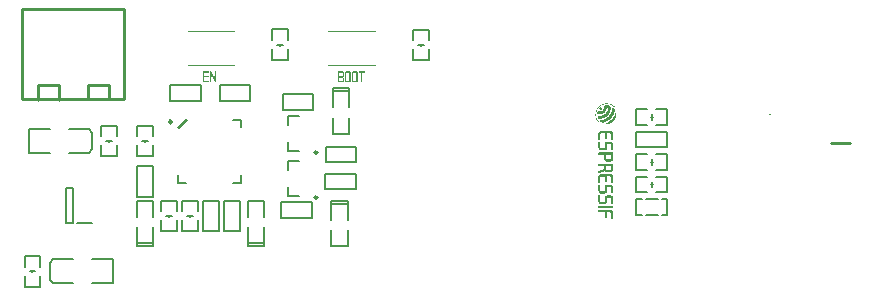
<source format=gto>
G04*
G04 #@! TF.GenerationSoftware,Altium Limited,Altium Designer,23.1.1 (15)*
G04*
G04 Layer_Color=65535*
%FSLAX26Y26*%
%MOIN*%
G70*
G04*
G04 #@! TF.SameCoordinates,D0E4B440-4BE9-487C-8C21-8B387810EFB0*
G04*
G04*
G04 #@! TF.FilePolarity,Positive*
G04*
G01*
G75*
%ADD10C,0.003937*%
%ADD11C,0.009842*%
%ADD12C,0.007874*%
%ADD13C,0.010000*%
%ADD14C,0.008000*%
%ADD15C,0.006000*%
G36*
X2191592Y-636657D02*
Y-644568D01*
X2185000D01*
Y-625120D01*
X2184670D01*
Y-624790D01*
X2184341D01*
Y-624131D01*
X2184011D01*
Y-623801D01*
X2183022D01*
Y-623472D01*
X2172474D01*
Y-623801D01*
X2172145D01*
Y-641601D01*
X2165552D01*
Y-641271D01*
X2165223D01*
Y-623801D01*
X2164893D01*
Y-623472D01*
X2143467D01*
Y-623142D01*
X2143138D01*
Y-616550D01*
X2143467D01*
Y-616220D01*
X2185000D01*
Y-616550D01*
X2185989D01*
Y-616879D01*
X2186978D01*
Y-617209D01*
X2187637D01*
Y-617538D01*
X2187967D01*
Y-617868D01*
X2188626D01*
Y-618198D01*
X2188956D01*
Y-618527D01*
X2189615D01*
Y-619187D01*
X2189944D01*
Y-619516D01*
X2190274D01*
Y-619846D01*
X2190604D01*
Y-620835D01*
X2190933D01*
Y-621164D01*
X2191263D01*
Y-622483D01*
X2191592D01*
Y-636327D01*
Y-636657D01*
D02*
G37*
G36*
X2168519Y-602705D02*
X2191592D01*
Y-609957D01*
X2143467D01*
Y-609628D01*
X2143138D01*
Y-603035D01*
X2143467D01*
Y-602705D01*
X2168189D01*
X2168519D01*
D02*
G37*
G36*
X2170497Y-592487D02*
Y-592817D01*
X2170167D01*
Y-593476D01*
X2169837D01*
Y-593806D01*
X2169508D01*
Y-594135D01*
X2169178D01*
Y-594465D01*
X2168519D01*
Y-594794D01*
X2167860D01*
Y-595124D01*
X2167530D01*
Y-595454D01*
X2166541D01*
Y-595783D01*
X2165882D01*
Y-596113D01*
X2163904D01*
Y-596443D01*
X2163575D01*
Y-596113D01*
X2149401D01*
Y-595783D01*
X2148741D01*
Y-595454D01*
X2147753D01*
Y-595124D01*
X2147423D01*
Y-594794D01*
X2146764D01*
Y-594465D01*
X2146434D01*
Y-594135D01*
X2145775D01*
Y-593806D01*
X2145445D01*
Y-593476D01*
X2145116D01*
Y-593146D01*
X2144786D01*
Y-592487D01*
X2144456D01*
Y-592158D01*
X2144127D01*
Y-591169D01*
X2143797D01*
Y-590509D01*
X2143467D01*
Y-589191D01*
X2143138D01*
Y-566777D01*
X2143467D01*
Y-566447D01*
X2150060D01*
Y-587213D01*
X2150390D01*
Y-587872D01*
X2150719D01*
Y-588202D01*
X2151049D01*
Y-588532D01*
X2151708D01*
Y-588861D01*
X2162586D01*
Y-588532D01*
X2163575D01*
Y-587872D01*
X2163904D01*
Y-587543D01*
X2164234D01*
Y-586884D01*
X2164563D01*
Y-572380D01*
X2164893D01*
Y-571721D01*
X2165223D01*
Y-571062D01*
X2165552D01*
Y-570402D01*
X2165882D01*
Y-570073D01*
X2166211D01*
Y-569413D01*
X2166541D01*
Y-569084D01*
X2166871D01*
Y-568754D01*
X2167200D01*
Y-568425D01*
X2167530D01*
Y-568095D01*
X2168189D01*
Y-567765D01*
X2168848D01*
Y-567436D01*
X2169178D01*
Y-567106D01*
X2170497D01*
Y-566777D01*
X2171156D01*
Y-566447D01*
X2185000D01*
Y-566777D01*
X2185989D01*
Y-567106D01*
X2186978D01*
Y-567436D01*
X2187637D01*
Y-567765D01*
X2187967D01*
Y-568095D01*
X2188626D01*
Y-568425D01*
X2188956D01*
Y-568754D01*
X2189615D01*
Y-569413D01*
X2189944D01*
Y-569743D01*
X2190274D01*
Y-570073D01*
X2190604D01*
Y-571062D01*
X2190933D01*
Y-571391D01*
X2191263D01*
Y-572710D01*
X2191592D01*
Y-594135D01*
X2185330D01*
Y-593806D01*
X2185000D01*
Y-575347D01*
X2184670D01*
Y-575017D01*
X2184341D01*
Y-574358D01*
X2184011D01*
Y-574028D01*
X2183022D01*
Y-573699D01*
X2174122D01*
Y-574028D01*
X2173463D01*
Y-574358D01*
X2172804D01*
Y-574688D01*
X2172474D01*
Y-575676D01*
X2172145D01*
Y-589191D01*
X2171815D01*
Y-590509D01*
X2171485D01*
Y-591498D01*
X2171156D01*
Y-591828D01*
X2170826D01*
Y-592487D01*
X2170497D01*
D02*
G37*
G36*
X2143138Y-551614D02*
Y-531177D01*
X2143467D01*
Y-530848D01*
X2150060D01*
Y-551614D01*
X2150390D01*
Y-551943D01*
X2150719D01*
Y-552273D01*
X2151049D01*
Y-552603D01*
X2151378D01*
Y-552932D01*
X2152367D01*
Y-553262D01*
X2161926D01*
Y-552932D01*
X2163245D01*
Y-552603D01*
X2163575D01*
Y-552273D01*
X2163904D01*
Y-551614D01*
X2164234D01*
Y-551284D01*
X2164563D01*
Y-536781D01*
X2164893D01*
Y-536121D01*
X2165223D01*
Y-535133D01*
X2165552D01*
Y-534803D01*
X2165882D01*
Y-534144D01*
X2166211D01*
Y-533814D01*
X2166541D01*
Y-533485D01*
X2166871D01*
Y-533155D01*
X2167200D01*
Y-532825D01*
X2167530D01*
Y-532496D01*
X2167860D01*
Y-532166D01*
X2168519D01*
Y-531836D01*
X2168848D01*
Y-531507D01*
X2169837D01*
Y-531177D01*
X2170826D01*
Y-530848D01*
X2185659D01*
Y-531177D01*
X2186318D01*
Y-531507D01*
X2187307D01*
Y-531836D01*
X2187637D01*
Y-532166D01*
X2188296D01*
Y-532496D01*
X2188956D01*
Y-533155D01*
X2189615D01*
Y-533814D01*
X2189944D01*
Y-534144D01*
X2190274D01*
Y-534473D01*
X2190604D01*
Y-535133D01*
X2190933D01*
Y-535792D01*
X2191263D01*
Y-537110D01*
X2191592D01*
Y-558206D01*
X2191263D01*
Y-558536D01*
X2185330D01*
Y-558206D01*
X2185000D01*
Y-539747D01*
X2184670D01*
Y-539418D01*
X2184341D01*
Y-538759D01*
X2184011D01*
Y-538429D01*
X2183352D01*
Y-538099D01*
X2173793D01*
Y-538429D01*
X2173133D01*
Y-538759D01*
X2172804D01*
Y-539088D01*
X2172474D01*
Y-539747D01*
X2172145D01*
Y-553921D01*
X2171815D01*
Y-554910D01*
X2171485D01*
Y-555899D01*
X2171156D01*
Y-556229D01*
X2170826D01*
Y-556888D01*
X2170497D01*
Y-557217D01*
X2170167D01*
Y-557547D01*
X2169837D01*
Y-557877D01*
X2169508D01*
Y-558206D01*
X2169178D01*
Y-558536D01*
X2168848D01*
Y-558865D01*
X2168519D01*
Y-559195D01*
X2167860D01*
Y-559525D01*
X2167530D01*
Y-559854D01*
X2166211D01*
Y-560184D01*
X2165223D01*
Y-560514D01*
X2150060D01*
Y-560184D01*
X2149071D01*
Y-559854D01*
X2148082D01*
Y-559525D01*
X2147423D01*
Y-559195D01*
X2146764D01*
Y-558865D01*
X2146434D01*
Y-558536D01*
X2146104D01*
Y-558206D01*
X2145775D01*
Y-557877D01*
X2145445D01*
Y-557547D01*
X2145116D01*
Y-557217D01*
X2144786D01*
Y-556558D01*
X2144456D01*
Y-556229D01*
X2144127D01*
Y-555569D01*
X2143797D01*
Y-554580D01*
X2143467D01*
Y-553592D01*
X2143138D01*
Y-551943D01*
Y-551614D01*
D02*
G37*
G36*
X2185000Y-510740D02*
Y-505137D01*
X2184670D01*
Y-504807D01*
X2184341D01*
Y-504478D01*
X2184011D01*
Y-504148D01*
X2183682D01*
Y-503818D01*
X2182693D01*
Y-503489D01*
X2172804D01*
Y-503818D01*
X2172145D01*
Y-521948D01*
X2165552D01*
Y-521618D01*
X2165223D01*
Y-503818D01*
X2151378D01*
Y-504148D01*
X2151049D01*
Y-504478D01*
X2150719D01*
Y-504807D01*
X2150390D01*
Y-505796D01*
X2150060D01*
Y-524255D01*
X2149401D01*
Y-524585D01*
X2144786D01*
Y-524255D01*
X2144456D01*
Y-524585D01*
X2143467D01*
Y-524255D01*
X2143138D01*
Y-503159D01*
X2143467D01*
Y-501841D01*
X2143797D01*
Y-501182D01*
X2144127D01*
Y-500522D01*
X2144456D01*
Y-499863D01*
X2144786D01*
Y-499533D01*
X2145116D01*
Y-499204D01*
X2145445D01*
Y-498545D01*
X2146104D01*
Y-498215D01*
X2146434D01*
Y-497885D01*
X2146764D01*
Y-497556D01*
X2147423D01*
Y-497226D01*
X2148082D01*
Y-496896D01*
X2149071D01*
Y-496567D01*
X2150390D01*
Y-496237D01*
X2184341D01*
Y-496567D01*
X2185989D01*
Y-496896D01*
X2186978D01*
Y-497226D01*
X2187307D01*
Y-497556D01*
X2188296D01*
Y-497885D01*
X2188626D01*
Y-498215D01*
X2188956D01*
Y-498545D01*
X2189285D01*
Y-498874D01*
X2189615D01*
Y-499204D01*
X2189944D01*
Y-499533D01*
X2190274D01*
Y-499863D01*
X2190604D01*
Y-500852D01*
X2190933D01*
Y-501182D01*
X2191263D01*
Y-502500D01*
X2191592D01*
Y-524255D01*
X2185000D01*
Y-511070D01*
Y-510740D01*
D02*
G37*
G36*
X2191263Y-483382D02*
Y-484700D01*
X2190933D01*
Y-485360D01*
X2190604D01*
Y-486019D01*
X2190274D01*
Y-486348D01*
X2189944D01*
Y-487008D01*
X2189615D01*
Y-487337D01*
X2188956D01*
Y-487997D01*
X2188296D01*
Y-488326D01*
X2187637D01*
Y-488656D01*
X2186978D01*
Y-488985D01*
X2186318D01*
Y-489315D01*
X2185330D01*
Y-489645D01*
X2169178D01*
Y-489315D01*
X2168189D01*
Y-488985D01*
X2167530D01*
Y-488656D01*
X2166871D01*
Y-488326D01*
X2166211D01*
Y-487997D01*
X2165552D01*
Y-487337D01*
X2164893D01*
Y-487008D01*
X2164563D01*
Y-486348D01*
X2164234D01*
Y-486019D01*
X2163904D01*
Y-485360D01*
X2162915D01*
Y-485689D01*
X2162586D01*
Y-486348D01*
X2161926D01*
Y-487008D01*
X2161267D01*
Y-487337D01*
X2160938D01*
Y-487667D01*
X2160608D01*
Y-487997D01*
X2159619D01*
Y-488326D01*
X2159289D01*
Y-488656D01*
X2158300D01*
Y-488985D01*
X2156982D01*
Y-489315D01*
X2155664D01*
Y-489645D01*
X2153686D01*
Y-489974D01*
X2153026D01*
Y-490304D01*
X2151049D01*
Y-490634D01*
X2150060D01*
Y-490963D01*
X2148741D01*
Y-491293D01*
X2147093D01*
Y-491622D01*
X2146104D01*
Y-491952D01*
X2144456D01*
Y-492282D01*
X2143467D01*
Y-491952D01*
X2143138D01*
Y-485030D01*
X2143467D01*
Y-484371D01*
X2143797D01*
Y-484041D01*
X2146104D01*
Y-483711D01*
X2147093D01*
Y-483382D01*
X2149401D01*
Y-483052D01*
X2150390D01*
Y-482723D01*
X2152367D01*
Y-482393D01*
X2154015D01*
Y-482063D01*
X2155004D01*
Y-481734D01*
X2157312D01*
Y-481404D01*
X2157971D01*
Y-481074D01*
X2158960D01*
Y-480745D01*
X2159619D01*
Y-480415D01*
X2159949D01*
Y-480086D01*
X2160608D01*
Y-479426D01*
X2161267D01*
Y-478767D01*
X2161597D01*
Y-478438D01*
X2161926D01*
Y-477778D01*
X2162256D01*
Y-476460D01*
X2162586D01*
Y-467889D01*
X2162256D01*
Y-467560D01*
X2149401D01*
X2149071D01*
X2143467D01*
Y-467230D01*
X2143138D01*
Y-460638D01*
X2143467D01*
Y-460308D01*
X2191263D01*
Y-460638D01*
X2191592D01*
Y-483382D01*
X2191263D01*
D02*
G37*
G36*
Y-448112D02*
Y-449101D01*
X2190933D01*
Y-449760D01*
X2190604D01*
Y-450420D01*
X2190274D01*
Y-450749D01*
X2189944D01*
Y-451079D01*
X2189615D01*
Y-451738D01*
X2188956D01*
Y-452068D01*
X2188626D01*
Y-452397D01*
X2188296D01*
Y-452727D01*
X2187637D01*
Y-453057D01*
X2186978D01*
Y-453386D01*
X2186318D01*
Y-453716D01*
X2185330D01*
Y-454045D01*
X2168519D01*
Y-453716D01*
X2167530D01*
Y-453386D01*
X2166871D01*
Y-453057D01*
X2166211D01*
Y-452727D01*
X2165882D01*
Y-452397D01*
X2165223D01*
Y-452068D01*
X2164893D01*
Y-451738D01*
X2164563D01*
Y-451408D01*
X2164234D01*
Y-451079D01*
X2163904D01*
Y-450749D01*
X2163575D01*
Y-450090D01*
X2163245D01*
Y-449760D01*
X2162915D01*
Y-448771D01*
X2162586D01*
Y-448112D01*
X2162256D01*
Y-431301D01*
X2161926D01*
Y-430972D01*
X2143467D01*
Y-430312D01*
X2143138D01*
Y-424050D01*
X2143467D01*
Y-423390D01*
X2182033D01*
X2182363D01*
X2191263D01*
Y-423720D01*
X2191592D01*
Y-448112D01*
X2191263D01*
D02*
G37*
G36*
X2174782Y-260227D02*
X2176100D01*
Y-260557D01*
X2179396D01*
Y-260886D01*
X2180056D01*
Y-261216D01*
X2181704D01*
Y-261545D01*
X2182693D01*
Y-261875D01*
X2183022D01*
Y-262205D01*
X2184670D01*
Y-262534D01*
X2185000D01*
Y-262864D01*
X2185989D01*
Y-263193D01*
X2186648D01*
Y-263523D01*
X2187307D01*
Y-263853D01*
X2187967D01*
Y-264182D01*
X2188296D01*
Y-264512D01*
X2189285D01*
Y-264842D01*
X2189615D01*
Y-265171D01*
X2190274D01*
Y-265501D01*
X2190933D01*
Y-265830D01*
X2191263D01*
Y-266160D01*
X2191922D01*
Y-266490D01*
X2192252D01*
Y-266819D01*
X2192911D01*
Y-267149D01*
X2193241D01*
Y-267479D01*
X2193570D01*
Y-267808D01*
X2194229D01*
Y-268138D01*
X2194559D01*
Y-268467D01*
X2194889D01*
Y-268797D01*
X2195218D01*
Y-269127D01*
X2195548D01*
Y-269456D01*
X2195878D01*
Y-269786D01*
X2196207D01*
Y-270115D01*
X2196866D01*
Y-271104D01*
X2196207D01*
Y-271434D01*
X2195878D01*
Y-272093D01*
X2195218D01*
Y-272423D01*
X2194889D01*
Y-272093D01*
X2194559D01*
Y-271764D01*
X2194229D01*
Y-271434D01*
X2193900D01*
Y-271104D01*
X2193570D01*
Y-270775D01*
X2193241D01*
Y-270445D01*
X2192581D01*
Y-270115D01*
X2192252D01*
Y-269786D01*
X2191922D01*
Y-269456D01*
X2191592D01*
Y-269127D01*
X2191263D01*
Y-268797D01*
X2190604D01*
Y-268467D01*
X2190274D01*
Y-268138D01*
X2189615D01*
Y-267808D01*
X2189285D01*
Y-267479D01*
X2188626D01*
Y-267149D01*
X2187967D01*
Y-266819D01*
X2187637D01*
Y-266490D01*
X2186648D01*
Y-266160D01*
X2186318D01*
Y-265830D01*
X2185330D01*
Y-265501D01*
X2185000D01*
Y-265171D01*
X2184341D01*
Y-264842D01*
X2183022D01*
Y-264512D01*
X2182693D01*
Y-264182D01*
X2181374D01*
Y-263853D01*
X2180715D01*
Y-263523D01*
X2179396D01*
Y-263193D01*
X2177748D01*
Y-262864D01*
X2176759D01*
Y-262534D01*
X2172804D01*
Y-262205D01*
X2168189D01*
Y-262534D01*
X2163904D01*
Y-262864D01*
X2163245D01*
Y-263193D01*
X2161267D01*
Y-263523D01*
X2160608D01*
Y-263853D01*
X2159949D01*
Y-264182D01*
X2158300D01*
Y-264512D01*
X2157971D01*
Y-264842D01*
X2156652D01*
Y-265171D01*
X2155993D01*
Y-265501D01*
X2155334D01*
Y-265830D01*
X2154675D01*
Y-266160D01*
X2154345D01*
Y-266490D01*
X2153356D01*
Y-266819D01*
X2153026D01*
Y-267149D01*
X2152367D01*
Y-267479D01*
X2151708D01*
Y-267808D01*
X2151378D01*
Y-268138D01*
X2150719D01*
Y-268467D01*
X2150390D01*
Y-268797D01*
X2149730D01*
Y-269127D01*
X2149401D01*
Y-269456D01*
X2149071D01*
Y-269786D01*
X2148741D01*
Y-270115D01*
X2148412D01*
Y-270445D01*
X2147753D01*
Y-270775D01*
X2147423D01*
Y-271104D01*
X2147093D01*
Y-271434D01*
X2146764D01*
Y-271764D01*
X2146434D01*
Y-272093D01*
X2146104D01*
Y-272423D01*
X2145775D01*
Y-272752D01*
X2145445D01*
Y-273082D01*
X2145116D01*
Y-273412D01*
X2144786D01*
Y-273741D01*
X2144456D01*
Y-274401D01*
X2143797D01*
Y-274730D01*
X2143467D01*
Y-275389D01*
X2143138D01*
Y-275719D01*
X2142808D01*
Y-276049D01*
X2142479D01*
Y-276378D01*
X2142149D01*
Y-277038D01*
X2141819D01*
Y-277367D01*
X2141490D01*
Y-278026D01*
X2141160D01*
Y-278356D01*
X2140831D01*
Y-279015D01*
X2140501D01*
Y-279345D01*
X2140171D01*
Y-279675D01*
X2139842D01*
Y-280663D01*
X2139512D01*
Y-280993D01*
X2139182D01*
Y-281982D01*
X2138853D01*
Y-282641D01*
X2138523D01*
Y-282971D01*
X2138193D01*
Y-283960D01*
X2137864D01*
Y-284619D01*
X2137534D01*
Y-285938D01*
X2137205D01*
Y-286597D01*
X2136875D01*
Y-287256D01*
X2136545D01*
Y-288904D01*
X2136216D01*
Y-289563D01*
X2135886D01*
Y-292530D01*
X2135557D01*
Y-293848D01*
X2135227D01*
Y-300771D01*
X2135557D01*
Y-302419D01*
X2135886D01*
Y-305056D01*
X2136216D01*
Y-306045D01*
X2136545D01*
Y-307693D01*
X2136875D01*
Y-308352D01*
X2137205D01*
Y-309341D01*
X2137534D01*
Y-310330D01*
X2137864D01*
Y-310989D01*
X2138193D01*
Y-311978D01*
X2138523D01*
Y-312307D01*
X2138853D01*
Y-313296D01*
X2139182D01*
Y-313955D01*
X2139512D01*
Y-314285D01*
X2139842D01*
Y-314944D01*
X2140171D01*
Y-315604D01*
X2140501D01*
Y-315933D01*
X2140831D01*
Y-316592D01*
X2141160D01*
Y-316922D01*
X2141490D01*
Y-317581D01*
X2141819D01*
Y-317911D01*
X2142149D01*
Y-318570D01*
X2142479D01*
Y-318900D01*
X2142808D01*
Y-319229D01*
X2143138D01*
Y-319559D01*
X2143467D01*
Y-319889D01*
X2143797D01*
Y-320548D01*
X2144127D01*
Y-320877D01*
X2144456D01*
Y-321207D01*
X2144786D01*
Y-321537D01*
X2145116D01*
Y-321866D01*
X2145445D01*
Y-322526D01*
X2145116D01*
Y-322855D01*
X2144786D01*
Y-323185D01*
X2144456D01*
Y-323514D01*
X2143138D01*
Y-323185D01*
X2142808D01*
Y-322855D01*
X2142479D01*
Y-322196D01*
X2142149D01*
Y-321866D01*
X2141819D01*
Y-321537D01*
X2141490D01*
Y-321207D01*
X2141160D01*
Y-320548D01*
X2140831D01*
Y-320218D01*
X2140501D01*
Y-319889D01*
X2140171D01*
Y-319229D01*
X2139842D01*
Y-318900D01*
X2139512D01*
Y-318240D01*
X2139182D01*
Y-317911D01*
X2138853D01*
Y-317581D01*
X2138523D01*
Y-316592D01*
X2138193D01*
Y-316263D01*
X2137864D01*
Y-315604D01*
X2137534D01*
Y-314944D01*
X2137205D01*
Y-314285D01*
X2136875D01*
Y-313626D01*
X2136545D01*
Y-313296D01*
X2136216D01*
Y-311978D01*
X2135886D01*
Y-311648D01*
X2135557D01*
Y-310000D01*
X2135227D01*
Y-309341D01*
X2134897D01*
Y-308352D01*
X2134568D01*
Y-306704D01*
X2134238D01*
Y-306045D01*
X2133908D01*
Y-302419D01*
X2133579D01*
Y-300441D01*
X2132919D01*
Y-294837D01*
X2133579D01*
Y-292860D01*
X2133908D01*
Y-289234D01*
X2134238D01*
Y-288245D01*
X2134568D01*
Y-286597D01*
X2134897D01*
Y-285608D01*
X2135227D01*
Y-284949D01*
X2135557D01*
Y-283630D01*
X2135886D01*
Y-283300D01*
X2136216D01*
Y-281982D01*
X2136545D01*
Y-281652D01*
X2136875D01*
Y-280663D01*
X2137205D01*
Y-280004D01*
X2137534D01*
Y-279675D01*
X2137864D01*
Y-278686D01*
X2138193D01*
Y-278356D01*
X2138523D01*
Y-277697D01*
X2138853D01*
Y-277038D01*
X2139182D01*
Y-276708D01*
X2139512D01*
Y-276049D01*
X2139842D01*
Y-275719D01*
X2140171D01*
Y-275060D01*
X2140501D01*
Y-274730D01*
X2140831D01*
Y-274401D01*
X2141160D01*
Y-274071D01*
X2141490D01*
Y-273741D01*
X2141819D01*
Y-273082D01*
X2142149D01*
Y-272752D01*
X2142479D01*
Y-272423D01*
X2142808D01*
Y-272093D01*
X2143138D01*
Y-271764D01*
X2143467D01*
Y-271434D01*
X2143797D01*
Y-271104D01*
X2144127D01*
Y-270775D01*
X2144456D01*
Y-270445D01*
X2144786D01*
Y-270115D01*
X2145116D01*
Y-269786D01*
X2145445D01*
Y-269456D01*
X2145775D01*
Y-269127D01*
X2146104D01*
Y-268797D01*
X2146434D01*
Y-268467D01*
X2146764D01*
Y-268138D01*
X2147093D01*
Y-267808D01*
X2147753D01*
Y-267479D01*
X2148082D01*
Y-267149D01*
X2148412D01*
Y-266819D01*
X2149071D01*
Y-266490D01*
X2149401D01*
Y-266160D01*
X2150060D01*
Y-265830D01*
X2150390D01*
Y-265501D01*
X2151049D01*
Y-265171D01*
X2151708D01*
Y-264842D01*
X2152038D01*
Y-264512D01*
X2153026D01*
Y-264182D01*
X2153356D01*
Y-263853D01*
X2154015D01*
Y-263523D01*
X2154675D01*
Y-263193D01*
X2155004D01*
Y-262864D01*
X2156323D01*
Y-262534D01*
X2156652D01*
Y-262205D01*
X2158300D01*
Y-261875D01*
X2158960D01*
Y-261545D01*
X2159619D01*
Y-261216D01*
X2161267D01*
Y-260886D01*
X2161926D01*
Y-260557D01*
X2165223D01*
Y-260227D01*
X2166541D01*
Y-259897D01*
X2166871D01*
Y-259568D01*
X2174782D01*
Y-260227D01*
D02*
G37*
G36*
X2152697Y-273412D02*
X2153356D01*
Y-273741D01*
X2153686D01*
Y-274071D01*
X2154015D01*
Y-274401D01*
X2154345D01*
Y-274730D01*
X2154675D01*
Y-275389D01*
X2155004D01*
Y-276378D01*
X2155334D01*
Y-278686D01*
X2155004D01*
Y-279675D01*
X2154675D01*
Y-280334D01*
X2154345D01*
Y-280663D01*
X2154015D01*
Y-280993D01*
X2153686D01*
Y-281323D01*
X2153026D01*
Y-281652D01*
X2152367D01*
Y-281982D01*
X2151708D01*
Y-282312D01*
X2149401D01*
Y-281982D01*
X2149071D01*
Y-281652D01*
X2148082D01*
Y-281323D01*
X2147753D01*
Y-280993D01*
X2147423D01*
Y-280663D01*
X2147093D01*
Y-280334D01*
X2146764D01*
Y-280004D01*
X2146434D01*
Y-279015D01*
X2146104D01*
Y-276049D01*
X2146434D01*
Y-275060D01*
X2146764D01*
Y-274730D01*
X2147093D01*
Y-274401D01*
X2147423D01*
Y-274071D01*
X2147753D01*
Y-273741D01*
X2148082D01*
Y-273412D01*
X2148741D01*
Y-273082D01*
X2152697D01*
Y-273412D01*
D02*
G37*
G36*
X2173793Y-265830D02*
X2175111D01*
Y-266160D01*
X2177089D01*
Y-266490D01*
X2177419D01*
Y-266819D01*
X2178407D01*
Y-267149D01*
X2178737D01*
Y-267479D01*
X2179396D01*
Y-267808D01*
X2180056D01*
Y-268467D01*
X2180715D01*
Y-268797D01*
X2181044D01*
Y-269127D01*
X2181374D01*
Y-269456D01*
X2181704D01*
Y-270115D01*
X2182033D01*
Y-270445D01*
X2182363D01*
Y-270775D01*
X2182693D01*
Y-271434D01*
X2183022D01*
Y-271764D01*
X2183352D01*
Y-272752D01*
X2183682D01*
Y-273082D01*
X2184011D01*
Y-274730D01*
X2184341D01*
Y-280004D01*
X2184011D01*
Y-282641D01*
X2183682D01*
Y-283300D01*
X2183352D01*
Y-285278D01*
X2183022D01*
Y-285938D01*
X2182693D01*
Y-286926D01*
X2182363D01*
Y-288245D01*
X2182033D01*
Y-288574D01*
X2181704D01*
Y-289563D01*
X2181374D01*
Y-290223D01*
X2181044D01*
Y-291211D01*
X2180715D01*
Y-291541D01*
X2180385D01*
Y-292200D01*
X2180056D01*
Y-292860D01*
X2179726D01*
Y-293189D01*
X2179396D01*
Y-294178D01*
X2179067D01*
Y-294508D01*
X2178737D01*
Y-294837D01*
X2178407D01*
Y-295497D01*
X2178078D01*
Y-295826D01*
X2177748D01*
Y-296485D01*
X2177419D01*
Y-296815D01*
X2177089D01*
Y-297145D01*
X2176759D01*
Y-297474D01*
X2176430D01*
Y-297804D01*
X2176100D01*
Y-298463D01*
X2175771D01*
Y-298793D01*
X2175441D01*
Y-299122D01*
X2175111D01*
Y-299452D01*
X2174782D01*
Y-299782D01*
X2174452D01*
Y-300441D01*
X2173793D01*
Y-300771D01*
X2173463D01*
Y-301100D01*
X2173133D01*
Y-301430D01*
X2172804D01*
Y-301759D01*
X2172474D01*
Y-302089D01*
X2172145D01*
Y-302419D01*
X2171815D01*
Y-302748D01*
X2171156D01*
Y-303078D01*
X2170826D01*
Y-303408D01*
X2170497D01*
Y-303737D01*
X2169837D01*
Y-304067D01*
X2169508D01*
Y-304396D01*
X2168848D01*
Y-304726D01*
X2168519D01*
Y-305056D01*
X2168189D01*
Y-305385D01*
X2167530D01*
Y-305715D01*
X2167200D01*
Y-306045D01*
X2166211D01*
Y-306374D01*
X2165882D01*
Y-306704D01*
X2165223D01*
Y-307033D01*
X2164563D01*
Y-307363D01*
X2163904D01*
Y-307693D01*
X2162915D01*
Y-308022D01*
X2162586D01*
Y-308352D01*
X2161267D01*
Y-308682D01*
X2160608D01*
Y-309011D01*
X2159619D01*
Y-309341D01*
X2158300D01*
Y-309670D01*
X2157641D01*
Y-310000D01*
X2155334D01*
Y-310330D01*
X2154015D01*
Y-310659D01*
X2143138D01*
Y-310330D01*
X2142149D01*
Y-310000D01*
X2141819D01*
Y-309341D01*
X2141490D01*
Y-308682D01*
X2141160D01*
Y-307693D01*
X2140831D01*
Y-306704D01*
X2140501D01*
Y-306045D01*
X2140171D01*
Y-304726D01*
X2140501D01*
Y-304067D01*
X2140831D01*
Y-303078D01*
X2141160D01*
Y-301430D01*
X2141490D01*
Y-300441D01*
X2141819D01*
Y-300111D01*
X2142808D01*
Y-300441D01*
X2143797D01*
Y-300771D01*
X2153356D01*
Y-300441D01*
X2154345D01*
Y-300111D01*
X2156323D01*
Y-299782D01*
X2156982D01*
Y-299452D01*
X2157971D01*
Y-299122D01*
X2158630D01*
Y-298793D01*
X2159289D01*
Y-298463D01*
X2160278D01*
Y-298134D01*
X2160608D01*
Y-297804D01*
X2161597D01*
Y-297474D01*
X2161926D01*
Y-297145D01*
X2162256D01*
Y-296815D01*
X2162915D01*
Y-296485D01*
X2163245D01*
Y-296156D01*
X2163904D01*
Y-295826D01*
X2164234D01*
Y-295497D01*
X2164893D01*
Y-295167D01*
X2165223D01*
Y-294837D01*
X2165552D01*
Y-294508D01*
X2165882D01*
Y-294178D01*
X2166211D01*
Y-293848D01*
X2166871D01*
Y-293189D01*
X2167200D01*
Y-292860D01*
X2167530D01*
Y-292530D01*
X2167860D01*
Y-292200D01*
X2168189D01*
Y-291871D01*
X2168519D01*
Y-291541D01*
X2168848D01*
Y-291211D01*
X2169178D01*
Y-290882D01*
X2169508D01*
Y-290223D01*
X2169837D01*
Y-289893D01*
X2170167D01*
Y-289234D01*
X2170497D01*
Y-288904D01*
X2170826D01*
Y-288245D01*
X2171156D01*
Y-287586D01*
X2171485D01*
Y-287256D01*
X2171815D01*
Y-286267D01*
X2172145D01*
Y-285938D01*
X2172474D01*
Y-284949D01*
X2172804D01*
Y-284289D01*
X2173133D01*
Y-283630D01*
X2173463D01*
Y-281982D01*
X2173793D01*
Y-281323D01*
X2174122D01*
Y-278686D01*
X2174452D01*
Y-276378D01*
X2174122D01*
Y-276049D01*
X2173793D01*
Y-275719D01*
X2173463D01*
Y-275389D01*
X2172804D01*
Y-275060D01*
X2172145D01*
Y-275389D01*
X2171485D01*
Y-275719D01*
X2171156D01*
Y-276049D01*
X2170826D01*
Y-276378D01*
X2170497D01*
Y-277038D01*
X2170167D01*
Y-278356D01*
X2169837D01*
Y-280663D01*
X2169508D01*
Y-281323D01*
X2169178D01*
Y-282641D01*
X2168848D01*
Y-283300D01*
X2168519D01*
Y-283960D01*
X2168189D01*
Y-284949D01*
X2167860D01*
Y-285278D01*
X2167530D01*
Y-285938D01*
X2167200D01*
Y-286267D01*
X2166871D01*
Y-286926D01*
X2166541D01*
Y-287586D01*
X2166211D01*
Y-287915D01*
X2165882D01*
Y-288245D01*
X2165552D01*
Y-288574D01*
X2165223D01*
Y-289234D01*
X2164893D01*
Y-289563D01*
X2164563D01*
Y-289893D01*
X2164234D01*
Y-290223D01*
X2163904D01*
Y-290552D01*
X2163575D01*
Y-290882D01*
X2163245D01*
Y-291211D01*
X2162915D01*
Y-291541D01*
X2162586D01*
Y-291871D01*
X2161926D01*
Y-292200D01*
X2161597D01*
Y-292530D01*
X2160938D01*
Y-292860D01*
X2160608D01*
Y-293189D01*
X2160278D01*
Y-293519D01*
X2159619D01*
Y-293848D01*
X2158960D01*
Y-294178D01*
X2158300D01*
Y-294508D01*
X2157971D01*
Y-294837D01*
X2156652D01*
Y-295167D01*
X2155993D01*
Y-295497D01*
X2155334D01*
Y-295826D01*
X2153686D01*
Y-296156D01*
X2152697D01*
Y-296485D01*
X2144786D01*
Y-296156D01*
X2143797D01*
Y-295826D01*
X2141819D01*
Y-295497D01*
X2141490D01*
Y-295167D01*
X2140831D01*
Y-294837D01*
X2139512D01*
Y-291211D01*
X2139842D01*
Y-290223D01*
X2140171D01*
Y-288574D01*
X2140501D01*
Y-288245D01*
X2140831D01*
Y-287586D01*
X2141160D01*
Y-286926D01*
X2141490D01*
Y-286597D01*
X2141819D01*
Y-285938D01*
X2142149D01*
Y-285608D01*
X2142479D01*
Y-285278D01*
X2142808D01*
Y-284949D01*
X2143138D01*
Y-285278D01*
X2143467D01*
Y-285608D01*
X2143797D01*
Y-285938D01*
X2145116D01*
Y-286267D01*
X2145775D01*
Y-286597D01*
X2152038D01*
Y-286267D01*
X2152697D01*
Y-285938D01*
X2153686D01*
Y-285608D01*
X2154015D01*
Y-285278D01*
X2154675D01*
Y-284949D01*
X2155334D01*
Y-284619D01*
X2155664D01*
Y-284289D01*
X2156323D01*
Y-283960D01*
X2156652D01*
Y-283630D01*
X2156982D01*
Y-283300D01*
X2157312D01*
Y-282971D01*
X2157641D01*
Y-282641D01*
X2157971D01*
Y-282312D01*
X2158300D01*
Y-281652D01*
X2158630D01*
Y-281323D01*
X2158960D01*
Y-280663D01*
X2159289D01*
Y-280004D01*
X2159619D01*
Y-279675D01*
X2159949D01*
Y-278026D01*
X2160278D01*
Y-277367D01*
X2160608D01*
Y-275060D01*
X2160938D01*
Y-273412D01*
X2161267D01*
Y-273082D01*
X2161597D01*
Y-272093D01*
X2161926D01*
Y-271434D01*
X2162256D01*
Y-270775D01*
X2162586D01*
Y-270445D01*
X2162915D01*
Y-270115D01*
X2163245D01*
Y-269456D01*
X2163575D01*
Y-269127D01*
X2163904D01*
Y-268797D01*
X2164234D01*
Y-268467D01*
X2164893D01*
Y-268138D01*
X2165223D01*
Y-267808D01*
X2165882D01*
Y-267479D01*
X2166211D01*
Y-267149D01*
X2166541D01*
Y-266819D01*
X2167530D01*
Y-266490D01*
X2168189D01*
Y-266160D01*
X2169837D01*
Y-265830D01*
X2171156D01*
Y-265501D01*
X2173793D01*
Y-265830D01*
D02*
G37*
G36*
X2193570Y-275719D02*
X2193900D01*
Y-276049D01*
X2194229D01*
Y-276378D01*
X2194559D01*
Y-276708D01*
X2194889D01*
Y-277038D01*
X2195218D01*
Y-277697D01*
X2195548D01*
Y-278026D01*
X2195878D01*
Y-278356D01*
X2196207D01*
Y-278686D01*
X2196537D01*
Y-279345D01*
X2196866D01*
Y-280004D01*
X2197196D01*
Y-280334D01*
X2197526D01*
Y-280993D01*
X2197855D01*
Y-281323D01*
X2198185D01*
Y-284289D01*
X2197855D01*
Y-285278D01*
X2197526D01*
Y-287586D01*
X2197196D01*
Y-288245D01*
X2196866D01*
Y-289563D01*
X2196537D01*
Y-290552D01*
X2196207D01*
Y-291211D01*
X2195878D01*
Y-292860D01*
X2195548D01*
Y-293189D01*
X2195218D01*
Y-294508D01*
X2194889D01*
Y-294837D01*
X2194559D01*
Y-295497D01*
X2194229D01*
Y-296485D01*
X2193900D01*
Y-296815D01*
X2193570D01*
Y-297804D01*
X2193241D01*
Y-298463D01*
X2192911D01*
Y-299122D01*
X2192581D01*
Y-299782D01*
X2192252D01*
Y-300111D01*
X2191922D01*
Y-300771D01*
X2191592D01*
Y-301100D01*
X2191263D01*
Y-302089D01*
X2190933D01*
Y-302419D01*
X2190604D01*
Y-302748D01*
X2190274D01*
Y-303408D01*
X2189944D01*
Y-303737D01*
X2189615D01*
Y-304396D01*
X2189285D01*
Y-304726D01*
X2188956D01*
Y-305056D01*
X2188626D01*
Y-305715D01*
X2188296D01*
Y-306045D01*
X2187967D01*
Y-306704D01*
X2187637D01*
Y-307033D01*
X2187307D01*
Y-307363D01*
X2186978D01*
Y-307693D01*
X2186648D01*
Y-308022D01*
X2186318D01*
Y-308352D01*
X2185989D01*
Y-308682D01*
X2185659D01*
Y-309011D01*
X2185330D01*
Y-309341D01*
X2185000D01*
Y-310000D01*
X2184670D01*
Y-310330D01*
X2184341D01*
Y-310659D01*
X2184011D01*
Y-310989D01*
X2183682D01*
Y-311318D01*
X2183352D01*
Y-311648D01*
X2182693D01*
Y-311978D01*
X2182363D01*
Y-312307D01*
X2182033D01*
Y-312637D01*
X2181704D01*
Y-312967D01*
X2181374D01*
Y-313296D01*
X2181044D01*
Y-313626D01*
X2180715D01*
Y-313955D01*
X2180056D01*
Y-314285D01*
X2179726D01*
Y-314615D01*
X2179396D01*
Y-314944D01*
X2178737D01*
Y-315274D01*
X2178407D01*
Y-315604D01*
X2178078D01*
Y-315933D01*
X2177748D01*
Y-316263D01*
X2176759D01*
Y-316592D01*
X2176430D01*
Y-316922D01*
X2176100D01*
Y-317252D01*
X2175441D01*
Y-317581D01*
X2175111D01*
Y-317911D01*
X2174452D01*
Y-318240D01*
X2173793D01*
Y-318570D01*
X2173133D01*
Y-318900D01*
X2172804D01*
Y-319229D01*
X2172145D01*
Y-319559D01*
X2171485D01*
Y-319889D01*
X2171156D01*
Y-320218D01*
X2169837D01*
Y-320548D01*
X2169508D01*
Y-320877D01*
X2168848D01*
Y-321207D01*
X2167860D01*
Y-321537D01*
X2167530D01*
Y-321866D01*
X2165882D01*
Y-322196D01*
X2165552D01*
Y-322526D01*
X2164234D01*
Y-322855D01*
X2163245D01*
Y-323185D01*
X2162256D01*
Y-323514D01*
X2160608D01*
Y-323844D01*
X2159949D01*
Y-324174D01*
X2156982D01*
Y-324503D01*
X2156323D01*
Y-324833D01*
X2155664D01*
Y-324503D01*
X2155334D01*
Y-324174D01*
X2154345D01*
Y-323844D01*
X2154015D01*
Y-323514D01*
X2153356D01*
Y-323185D01*
X2153026D01*
Y-322855D01*
X2152367D01*
Y-322526D01*
X2152038D01*
Y-322196D01*
X2151708D01*
Y-321866D01*
X2151049D01*
Y-321537D01*
X2150719D01*
Y-321207D01*
X2150390D01*
Y-320877D01*
X2149730D01*
Y-320218D01*
X2149071D01*
Y-319229D01*
X2148741D01*
Y-318570D01*
X2149071D01*
Y-315933D01*
X2148741D01*
Y-315274D01*
X2149401D01*
Y-314944D01*
X2149730D01*
Y-315274D01*
X2152697D01*
Y-314944D01*
X2155664D01*
Y-314615D01*
X2156652D01*
Y-314285D01*
X2158960D01*
Y-313955D01*
X2159619D01*
Y-313626D01*
X2160938D01*
Y-313296D01*
X2161926D01*
Y-312967D01*
X2162256D01*
Y-312637D01*
X2163575D01*
Y-312307D01*
X2163904D01*
Y-311978D01*
X2165223D01*
Y-311648D01*
X2165552D01*
Y-311318D01*
X2166541D01*
Y-310989D01*
X2167200D01*
Y-310659D01*
X2167530D01*
Y-310330D01*
X2168519D01*
Y-310000D01*
X2168848D01*
Y-309670D01*
X2169508D01*
Y-309341D01*
X2169837D01*
Y-309011D01*
X2170497D01*
Y-308682D01*
X2170826D01*
Y-308352D01*
X2171156D01*
Y-308022D01*
X2172145D01*
Y-307693D01*
X2172474D01*
Y-307363D01*
X2172804D01*
Y-307033D01*
X2173133D01*
Y-306704D01*
X2173463D01*
Y-306374D01*
X2174122D01*
Y-306045D01*
X2174452D01*
Y-305715D01*
X2174782D01*
Y-305385D01*
X2175111D01*
Y-305056D01*
X2175771D01*
Y-304726D01*
X2176100D01*
Y-304396D01*
X2176430D01*
Y-304067D01*
X2176759D01*
Y-303737D01*
X2177089D01*
Y-303408D01*
X2177419D01*
Y-303078D01*
X2177748D01*
Y-302748D01*
X2178078D01*
Y-302419D01*
X2178407D01*
Y-302089D01*
X2178737D01*
Y-301430D01*
X2179067D01*
Y-301100D01*
X2179396D01*
Y-300771D01*
X2179726D01*
Y-300441D01*
X2180056D01*
Y-300111D01*
X2180385D01*
Y-299452D01*
X2180715D01*
Y-299122D01*
X2181044D01*
Y-298793D01*
X2181374D01*
Y-298134D01*
X2181704D01*
Y-297804D01*
X2182033D01*
Y-297145D01*
X2182363D01*
Y-296815D01*
X2182693D01*
Y-296485D01*
X2183022D01*
Y-295497D01*
X2183352D01*
Y-295167D01*
X2183682D01*
Y-294508D01*
X2184011D01*
Y-293848D01*
X2184341D01*
Y-293519D01*
X2184670D01*
Y-292530D01*
X2185000D01*
Y-292200D01*
X2185330D01*
Y-291211D01*
X2185659D01*
Y-290882D01*
X2185989D01*
Y-289563D01*
X2186318D01*
Y-288904D01*
X2186648D01*
Y-288245D01*
X2186978D01*
Y-286597D01*
X2187307D01*
Y-286267D01*
X2187637D01*
Y-284289D01*
X2187967D01*
Y-283300D01*
X2188296D01*
Y-280993D01*
X2188626D01*
Y-278026D01*
X2188956D01*
Y-277038D01*
X2189285D01*
Y-276708D01*
X2188956D01*
Y-275719D01*
X2189285D01*
Y-275389D01*
X2193570D01*
Y-275719D01*
D02*
G37*
G36*
X2200822Y-293519D02*
X2201481D01*
Y-293848D01*
X2201811D01*
Y-299782D01*
X2201481D01*
Y-303737D01*
X2201151D01*
Y-304726D01*
X2200822D01*
Y-306374D01*
X2200492D01*
Y-307033D01*
X2200163D01*
Y-308022D01*
X2199833D01*
Y-309011D01*
X2199503D01*
Y-309670D01*
X2199174D01*
Y-310659D01*
X2198844D01*
Y-310989D01*
X2198515D01*
Y-311648D01*
X2198185D01*
Y-312637D01*
X2197855D01*
Y-312967D01*
X2197526D01*
Y-313626D01*
X2197196D01*
Y-313955D01*
X2196866D01*
Y-314615D01*
X2196537D01*
Y-314944D01*
X2196207D01*
Y-315604D01*
X2195878D01*
Y-315933D01*
X2195548D01*
Y-316263D01*
X2195218D01*
Y-316922D01*
X2194889D01*
Y-317252D01*
X2194559D01*
Y-317581D01*
X2194229D01*
Y-317911D01*
X2193900D01*
Y-318240D01*
X2193570D01*
Y-318570D01*
X2193241D01*
Y-318900D01*
X2192911D01*
Y-319229D01*
X2192581D01*
Y-319559D01*
X2192252D01*
Y-319889D01*
X2191922D01*
Y-320218D01*
X2191592D01*
Y-320548D01*
X2191263D01*
Y-320877D01*
X2190933D01*
Y-321207D01*
X2190604D01*
Y-321537D01*
X2190274D01*
Y-321866D01*
X2189944D01*
Y-322196D01*
X2189615D01*
Y-322526D01*
X2188956D01*
Y-322855D01*
X2188296D01*
Y-323185D01*
X2187967D01*
Y-323514D01*
X2187307D01*
Y-323844D01*
X2186978D01*
Y-324174D01*
X2185989D01*
Y-324503D01*
X2185659D01*
Y-324833D01*
X2185330D01*
Y-325163D01*
X2184341D01*
Y-325492D01*
X2184011D01*
Y-325822D01*
X2182693D01*
Y-326151D01*
X2182363D01*
Y-326481D01*
X2181044D01*
Y-326811D01*
X2180385D01*
Y-327140D01*
X2179396D01*
Y-327470D01*
X2177748D01*
Y-327800D01*
X2176759D01*
Y-328129D01*
X2173463D01*
Y-328459D01*
X2172804D01*
Y-328129D01*
X2172145D01*
Y-328459D01*
X2171815D01*
Y-328129D01*
X2171156D01*
Y-328459D01*
X2170497D01*
Y-328129D01*
X2167200D01*
Y-326811D01*
X2166871D01*
Y-326481D01*
X2167200D01*
Y-326151D01*
X2168189D01*
Y-325822D01*
X2168519D01*
Y-325492D01*
X2169837D01*
Y-325163D01*
X2170497D01*
Y-324833D01*
X2170826D01*
Y-324503D01*
X2172145D01*
Y-324174D01*
X2172474D01*
Y-323844D01*
X2173463D01*
Y-323514D01*
X2173793D01*
Y-323185D01*
X2174452D01*
Y-322855D01*
X2175111D01*
Y-322526D01*
X2175441D01*
Y-322196D01*
X2176430D01*
Y-321866D01*
X2176759D01*
Y-321537D01*
X2177419D01*
Y-321207D01*
X2177748D01*
Y-320877D01*
X2178078D01*
Y-320548D01*
X2178737D01*
Y-320218D01*
X2179067D01*
Y-319889D01*
X2179726D01*
Y-319559D01*
X2180056D01*
Y-319229D01*
X2180715D01*
Y-318900D01*
X2181044D01*
Y-318570D01*
X2181374D01*
Y-318240D01*
X2182033D01*
Y-317911D01*
X2182363D01*
Y-317581D01*
X2182693D01*
Y-317252D01*
X2183352D01*
Y-316922D01*
X2183682D01*
Y-316592D01*
X2184011D01*
Y-316263D01*
X2184341D01*
Y-315933D01*
X2184670D01*
Y-315604D01*
X2185000D01*
Y-315274D01*
X2185330D01*
Y-314944D01*
X2185989D01*
Y-314615D01*
X2186318D01*
Y-314285D01*
X2186648D01*
Y-313955D01*
X2186978D01*
Y-313626D01*
X2187307D01*
Y-313296D01*
X2187637D01*
Y-312967D01*
X2187967D01*
Y-312637D01*
X2188296D01*
Y-311978D01*
X2188626D01*
Y-311648D01*
X2188956D01*
Y-311318D01*
X2189285D01*
Y-310989D01*
X2189615D01*
Y-310659D01*
X2189944D01*
Y-310330D01*
X2190274D01*
Y-310000D01*
X2190604D01*
Y-309341D01*
X2190933D01*
Y-309011D01*
X2191263D01*
Y-308682D01*
X2191592D01*
Y-308022D01*
X2192252D01*
Y-307363D01*
X2192581D01*
Y-307033D01*
X2192911D01*
Y-306704D01*
X2193241D01*
Y-306045D01*
X2193570D01*
Y-305715D01*
X2193900D01*
Y-305056D01*
X2194229D01*
Y-304396D01*
X2194559D01*
Y-304067D01*
X2194889D01*
Y-303408D01*
X2195218D01*
Y-303078D01*
X2195548D01*
Y-302089D01*
X2195878D01*
Y-301759D01*
X2196207D01*
Y-301100D01*
X2196537D01*
Y-300771D01*
X2196866D01*
Y-300111D01*
X2197196D01*
Y-299122D01*
X2197526D01*
Y-298793D01*
X2197855D01*
Y-297804D01*
X2198185D01*
Y-297474D01*
X2198515D01*
Y-297145D01*
Y-296815D01*
Y-296485D01*
X2198844D01*
Y-295826D01*
X2199174D01*
Y-295497D01*
X2199503D01*
Y-293848D01*
X2199833D01*
Y-293189D01*
X2200822D01*
Y-293519D01*
D02*
G37*
G36*
X2185330Y-353181D02*
X2186318D01*
Y-353510D01*
X2186978D01*
Y-353840D01*
X2187637D01*
Y-354170D01*
X2188296D01*
Y-354499D01*
X2188956D01*
Y-355158D01*
X2189615D01*
Y-355488D01*
X2189944D01*
Y-356147D01*
X2190274D01*
Y-356477D01*
X2190604D01*
Y-357136D01*
X2190933D01*
Y-357795D01*
X2191263D01*
Y-358784D01*
X2191592D01*
Y-380539D01*
X2191263D01*
Y-380869D01*
X2185330D01*
Y-380539D01*
X2185000D01*
Y-361751D01*
X2184670D01*
Y-361421D01*
X2184341D01*
Y-360762D01*
X2183682D01*
Y-360432D01*
X2183352D01*
Y-360103D01*
X2172474D01*
Y-360432D01*
X2172145D01*
Y-377902D01*
X2171485D01*
Y-378232D01*
X2166871D01*
Y-377902D01*
X2166541D01*
Y-378232D01*
X2165552D01*
Y-377902D01*
X2165223D01*
Y-360432D01*
X2164563D01*
Y-360103D01*
X2152038D01*
Y-360432D01*
X2151378D01*
Y-360762D01*
X2151049D01*
Y-361092D01*
X2150719D01*
Y-361421D01*
X2150390D01*
Y-362080D01*
X2150060D01*
Y-380869D01*
X2149401D01*
Y-381199D01*
X2143467D01*
Y-380539D01*
X2143138D01*
Y-359443D01*
X2143467D01*
Y-358455D01*
X2143797D01*
Y-357795D01*
X2144127D01*
Y-356807D01*
X2144456D01*
Y-356477D01*
X2144786D01*
Y-355818D01*
X2145116D01*
Y-355488D01*
X2145445D01*
Y-355158D01*
X2145775D01*
Y-354829D01*
X2146104D01*
Y-354499D01*
X2146764D01*
Y-354170D01*
X2147093D01*
Y-353840D01*
X2147753D01*
Y-353510D01*
X2148741D01*
Y-353181D01*
X2149401D01*
Y-352851D01*
X2185330D01*
Y-353181D01*
D02*
G37*
G36*
X2185659Y-387791D02*
X2186648D01*
Y-388121D01*
X2187307D01*
Y-388450D01*
X2187967D01*
Y-388780D01*
X2188296D01*
Y-389110D01*
X2188956D01*
Y-389439D01*
X2189285D01*
Y-389769D01*
X2189615D01*
Y-390098D01*
X2189944D01*
Y-390428D01*
X2190274D01*
Y-391087D01*
X2190604D01*
Y-391747D01*
X2190933D01*
Y-392076D01*
X2191263D01*
Y-393395D01*
X2191592D01*
Y-414820D01*
X2191263D01*
Y-415150D01*
X2185330D01*
Y-414820D01*
X2185000D01*
Y-396361D01*
X2184670D01*
Y-396032D01*
X2184341D01*
Y-395372D01*
X2184011D01*
Y-395043D01*
X2183682D01*
Y-394713D01*
X2173463D01*
Y-395043D01*
X2173133D01*
Y-395372D01*
X2172804D01*
Y-395702D01*
X2172474D01*
Y-396361D01*
X2172145D01*
Y-409876D01*
X2171815D01*
Y-411194D01*
X2171485D01*
Y-412183D01*
X2171156D01*
Y-412513D01*
X2170826D01*
Y-413172D01*
X2170497D01*
Y-413831D01*
X2170167D01*
Y-414161D01*
X2169837D01*
Y-414490D01*
X2169508D01*
Y-414820D01*
X2169178D01*
Y-415150D01*
X2168848D01*
Y-415479D01*
X2168189D01*
Y-415809D01*
X2167860D01*
Y-416139D01*
X2166871D01*
Y-416468D01*
X2166211D01*
Y-416798D01*
X2149071D01*
Y-416468D01*
X2148412D01*
Y-416139D01*
X2147423D01*
Y-415809D01*
X2147093D01*
Y-415479D01*
X2146764D01*
Y-415150D01*
X2146104D01*
Y-414820D01*
X2145775D01*
Y-414490D01*
X2145445D01*
Y-414161D01*
X2145116D01*
Y-413831D01*
X2144786D01*
Y-413172D01*
X2144456D01*
Y-412842D01*
X2144127D01*
Y-412183D01*
X2143797D01*
Y-411194D01*
X2143467D01*
Y-410205D01*
X2143138D01*
Y-387791D01*
X2143467D01*
Y-387461D01*
X2149730D01*
Y-387791D01*
X2150060D01*
Y-408228D01*
X2150390D01*
Y-408557D01*
X2150719D01*
Y-408887D01*
X2151049D01*
Y-409217D01*
X2151378D01*
Y-409546D01*
X2152038D01*
Y-409876D01*
X2162256D01*
Y-409546D01*
X2162915D01*
Y-409217D01*
X2163575D01*
Y-408887D01*
X2163904D01*
Y-408228D01*
X2164234D01*
Y-407898D01*
X2164563D01*
Y-400976D01*
Y-400646D01*
Y-393395D01*
X2164893D01*
Y-392735D01*
X2165223D01*
Y-391747D01*
X2165552D01*
Y-391417D01*
X2165882D01*
Y-390758D01*
X2166211D01*
Y-390428D01*
X2166541D01*
Y-390098D01*
X2166871D01*
Y-389439D01*
X2167530D01*
Y-389110D01*
X2167860D01*
Y-388780D01*
X2168189D01*
Y-388450D01*
X2168848D01*
Y-388121D01*
X2169508D01*
Y-387791D01*
X2170826D01*
Y-387461D01*
X2185659D01*
Y-387791D01*
D02*
G37*
G36*
X1363698Y-158059D02*
X1355972D01*
Y-189945D01*
X1351358D01*
Y-158059D01*
X1343578D01*
Y-153445D01*
X1363698D01*
Y-158059D01*
D02*
G37*
G36*
X1340820Y-157103D02*
Y-186287D01*
X1337162Y-190000D01*
X1324386D01*
X1320700Y-186287D01*
Y-157103D01*
X1324358Y-153391D01*
X1337162D01*
X1340820Y-157103D01*
D02*
G37*
G36*
X1317943D02*
Y-186287D01*
X1314285Y-190000D01*
X1301508D01*
X1297823Y-186287D01*
Y-157103D01*
X1301481Y-153391D01*
X1314285D01*
X1317943Y-157103D01*
D02*
G37*
G36*
X1295065Y-157213D02*
Y-169607D01*
X1292772Y-171955D01*
X1295065Y-174221D01*
Y-186260D01*
X1291407Y-190000D01*
X1275000D01*
Y-153500D01*
X1291407D01*
X1295065Y-157213D01*
D02*
G37*
G36*
X868407Y-190000D02*
X864121D01*
X852437Y-163273D01*
Y-190000D01*
X847823D01*
Y-153445D01*
X852546D01*
X863793Y-179326D01*
Y-153445D01*
X868407D01*
Y-190000D01*
D02*
G37*
G36*
X845066Y-158004D02*
X829586D01*
Y-168897D01*
X845066D01*
Y-173511D01*
X829586D01*
Y-185277D01*
X845066D01*
Y-189891D01*
X828658D01*
X825000Y-186178D01*
Y-153391D01*
X845066D01*
Y-158004D01*
D02*
G37*
%LPC*%
G36*
X2185000Y-480745D02*
Y-467889D01*
X2184670D01*
Y-467560D01*
X2169837D01*
Y-467889D01*
X2169508D01*
Y-480745D01*
X2169837D01*
Y-481404D01*
X2170167D01*
Y-481734D01*
X2170826D01*
Y-482063D01*
X2171156D01*
Y-482393D01*
X2183352D01*
Y-482063D01*
X2183682D01*
Y-481734D01*
X2184341D01*
Y-481074D01*
X2184670D01*
Y-480745D01*
X2185000D01*
D02*
G37*
G36*
Y-445146D02*
Y-430972D01*
X2172804D01*
X2172474D01*
X2169178D01*
Y-431631D01*
X2168848D01*
Y-431961D01*
X2169178D01*
Y-445805D01*
X2169508D01*
Y-446134D01*
X2170167D01*
Y-446464D01*
X2170497D01*
Y-446794D01*
X2183352D01*
Y-446464D01*
X2183682D01*
Y-446134D01*
X2184341D01*
Y-445475D01*
X2184670D01*
Y-445146D01*
X2185000D01*
D02*
G37*
G36*
X1336207Y-158004D02*
X1325314D01*
Y-185386D01*
X1336207D01*
Y-158004D01*
D02*
G37*
G36*
X1313329D02*
X1302437D01*
Y-185386D01*
X1313329D01*
Y-158004D01*
D02*
G37*
G36*
X1290479Y-158114D02*
X1279614D01*
Y-169607D01*
X1290452D01*
X1290479Y-158114D01*
D02*
G37*
G36*
X1290506Y-174221D02*
X1279614D01*
Y-185386D01*
X1290506D01*
Y-174221D01*
D02*
G37*
%LPD*%
D10*
X2716575Y-298197D02*
G03*
X2712638Y-298197I-1968J0D01*
G01*
D02*
G03*
X2716575Y-298197I1968J0D01*
G01*
X775551Y-132087D02*
X929095D01*
X775551Y-17913D02*
X929095D01*
X1243228Y-132087D02*
X1396772D01*
X1243228Y-17913D02*
X1396772D01*
D11*
X1206418Y-572992D02*
G03*
X1206418Y-572992I-4921J0D01*
G01*
Y-422993D02*
G03*
X1206418Y-422993I-4921J0D01*
G01*
X721496Y-321575D02*
G03*
X721496Y-321575I-4921J0D01*
G01*
D12*
X369173Y-657008D02*
X390827D01*
X369173D02*
Y-542992D01*
X390827D01*
Y-657008D02*
Y-542992D01*
X404606Y-659606D02*
X453819D01*
X1108934Y-569110D02*
X1144367D01*
X1108934D02*
Y-537614D01*
Y-451000D02*
X1144367D01*
X1108934Y-482496D02*
Y-451000D01*
Y-419110D02*
X1144367D01*
X1108934D02*
Y-387614D01*
Y-301000D02*
X1144367D01*
X1108934Y-332496D02*
Y-301000D01*
X742165Y-524331D02*
X766772D01*
X742165D02*
Y-499725D01*
X926221Y-524331D02*
X950827D01*
Y-499725D01*
Y-340276D02*
Y-315670D01*
X926221D02*
X950827D01*
X456496Y-860000D02*
X526496D01*
Y-780000D01*
X456496D02*
X526496D01*
X326496Y-860000D02*
X391496D01*
X313496Y-847000D02*
X326496Y-860000D01*
Y-780000D02*
X391496D01*
X313496Y-847000D02*
Y-793000D01*
X326496Y-780000D01*
X443425Y-425000D02*
X456425Y-412000D01*
Y-358000D01*
X378425Y-425000D02*
X443425D01*
Y-345000D02*
X456425Y-358000D01*
X378425Y-345000D02*
X443425D01*
X243425Y-425000D02*
X313425D01*
X243425D02*
Y-345000D01*
X313425D01*
D13*
X2920000Y-392547D02*
X2981000D01*
X742165Y-340276D02*
X766772Y-315670D01*
X343625Y-246974D02*
Y-197761D01*
X274727D02*
X343625D01*
X274727Y-246974D02*
Y-197761D01*
X510826Y-246890D02*
Y-197677D01*
X441928D02*
X510826D01*
X441928Y-246890D02*
Y-197677D01*
X222638Y56161D02*
X562794Y56162D01*
Y-246890D02*
Y56161D01*
X222638Y-246890D02*
Y56161D01*
Y-246890D02*
X562794D01*
D14*
X1233822Y-404406D02*
X1336184D01*
X1233822Y-455587D02*
Y-404406D01*
Y-455587D02*
X1336184D01*
Y-404406D01*
X1307744Y-593995D02*
Y-583995D01*
X1251744D02*
X1307744D01*
X1251744Y-593995D02*
Y-583995D01*
X1307744Y-647995D02*
Y-594995D01*
X1253744Y-593995D02*
X1307744D01*
X1251744Y-647995D02*
Y-593995D01*
X1307744Y-735995D02*
Y-681995D01*
X1305744Y-735995D02*
X1307744D01*
X1251744D02*
X1305744D01*
X1251744D02*
Y-734995D01*
Y-681995D01*
X1233228Y-494409D02*
X1335591D01*
X1233228Y-545591D02*
Y-494409D01*
Y-545591D02*
X1335591D01*
Y-494409D01*
X1312744Y-218995D02*
Y-208995D01*
X1256744D02*
X1312744D01*
X1256744Y-218995D02*
Y-208995D01*
X1312744Y-272995D02*
Y-219995D01*
X1258744Y-218995D02*
X1312744D01*
X1256744Y-272995D02*
Y-218995D01*
X1312744Y-360995D02*
Y-306995D01*
X1310744Y-360995D02*
X1312744D01*
X1256744D02*
X1310744D01*
X1256744D02*
Y-359995D01*
Y-306995D01*
X1029496Y-638000D02*
Y-585000D01*
Y-584000D01*
X975496D02*
X1029496D01*
X973496D02*
X975496D01*
X973496Y-638000D02*
Y-584000D01*
X1029496Y-726000D02*
Y-672000D01*
X973496Y-726000D02*
X1027496D01*
X973496Y-725000D02*
Y-672000D01*
X1029496Y-736000D02*
Y-726000D01*
X973496Y-736000D02*
X1029496D01*
X973496D02*
Y-726000D01*
X2269724Y-405590D02*
Y-354409D01*
X2372087D01*
Y-405590D02*
Y-354409D01*
X2269724Y-405590D02*
X2372087D01*
Y-330591D02*
Y-279410D01*
X2269724Y-330591D02*
Y-279410D01*
X2305909D01*
X2269724Y-330591D02*
X2305909D01*
X2335909Y-279410D02*
X2372087D01*
X2335909Y-330591D02*
X2372087D01*
Y-480589D02*
Y-429408D01*
X2269724Y-480589D02*
Y-429408D01*
X2305909D01*
X2269724Y-480589D02*
X2305909D01*
X2335909Y-429408D02*
X2372087D01*
X2335909Y-480589D02*
X2372087D01*
Y-555588D02*
Y-504407D01*
X2269724Y-555588D02*
Y-504407D01*
X2305909D01*
X2269724Y-555588D02*
X2305909D01*
X2335909Y-504407D02*
X2372087D01*
X2335909Y-555588D02*
X2372087D01*
X2300909Y-630588D02*
X2340909D01*
X2269728Y-579407D02*
X2288038D01*
X2269728Y-630588D02*
X2288038D01*
X2353780D02*
X2372090D01*
X2300909Y-579407D02*
X2340909D01*
X2269728Y-630588D02*
Y-579407D01*
X2372090Y-630588D02*
Y-579407D01*
X2353780D02*
X2372090D01*
X880312Y-250594D02*
Y-199413D01*
X982674D01*
Y-250594D02*
Y-199413D01*
X880312Y-250594D02*
X982674D01*
X715312D02*
Y-199413D01*
X817674D01*
Y-250594D02*
Y-199413D01*
X715312Y-250594D02*
X817674D01*
X1192680Y-280588D02*
Y-229406D01*
X1090318Y-280588D02*
X1192680D01*
X1090318D02*
Y-229406D01*
X1192680D01*
X1084725Y-640591D02*
Y-589410D01*
X1187087D01*
Y-640591D02*
Y-589410D01*
X1084725Y-640591D02*
X1187087D01*
X1577090Y-50000D02*
Y-13822D01*
X1525909Y-50000D02*
Y-13822D01*
X1577090Y-116185D02*
Y-80000D01*
X1525909Y-116185D02*
Y-80000D01*
Y-116185D02*
X1577090D01*
X1525909Y-13822D02*
X1577090D01*
X1055906Y-115591D02*
Y-79413D01*
X1107087Y-115591D02*
Y-79413D01*
X1055906Y-49413D02*
Y-13229D01*
X1107087Y-49413D02*
Y-13229D01*
X1055906D02*
X1107087D01*
X1055906Y-115591D02*
X1107087D01*
X895909Y-686185D02*
X947090D01*
X895909D02*
Y-583822D01*
X947090D01*
Y-686185D02*
Y-583822D01*
X825909Y-686185D02*
X877090D01*
X825909D02*
Y-583822D01*
X877090D01*
Y-686185D02*
Y-583822D01*
X605909Y-333822D02*
X657090D01*
X605909Y-436185D02*
X657090D01*
X605909D02*
Y-400000D01*
X657090Y-436185D02*
Y-400000D01*
X605909Y-370000D02*
Y-333822D01*
X657090Y-370000D02*
Y-333822D01*
X685902Y-686178D02*
X737084D01*
X685902Y-583816D02*
X737084D01*
Y-620000D02*
Y-583816D01*
X685902Y-620000D02*
Y-583816D01*
X737084Y-686178D02*
Y-650000D01*
X685902Y-686178D02*
Y-650000D01*
X755902Y-686178D02*
X807084D01*
X755902Y-583816D02*
X807084D01*
Y-620000D02*
Y-583816D01*
X755902Y-620000D02*
Y-583816D01*
X807084Y-686178D02*
Y-650000D01*
X755902Y-686178D02*
Y-650000D01*
X605909Y-571185D02*
X657090D01*
X605909D02*
Y-468822D01*
X657090D01*
Y-571185D02*
Y-468822D01*
X603752Y-736005D02*
Y-726005D01*
Y-736005D02*
X659752D01*
Y-726005D01*
X603752Y-725005D02*
Y-672005D01*
Y-726005D02*
X657752D01*
X659752D02*
Y-672005D01*
X603752Y-638005D02*
Y-584005D01*
X605752D01*
X659752D01*
Y-585005D02*
Y-584005D01*
Y-638005D02*
Y-585005D01*
X230909Y-768822D02*
X282090D01*
X230909Y-871185D02*
X282090D01*
X230909D02*
Y-835000D01*
X282090Y-871185D02*
Y-835000D01*
X230909Y-805000D02*
Y-768822D01*
X282090Y-805000D02*
Y-768822D01*
X485902Y-436178D02*
Y-400000D01*
X537084Y-436178D02*
Y-400000D01*
X485902Y-370000D02*
Y-333816D01*
X537084Y-370000D02*
Y-333816D01*
X485902D02*
X537084D01*
X485902Y-436178D02*
X537084D01*
D15*
X2320909Y-313997D02*
Y-295997D01*
X2317909Y-304997D02*
X2320909D01*
X2323909D01*
X2320909Y-463995D02*
Y-445995D01*
X2317909Y-454995D02*
X2320909D01*
X2323909D01*
X2320909Y-538995D02*
Y-520995D01*
X2317909Y-529995D02*
X2320909D01*
X2323909D01*
X1551496Y-65000D02*
Y-62000D01*
Y-68000D02*
Y-65000D01*
X1542496D02*
X1560496D01*
X1081499Y-67413D02*
Y-64413D01*
Y-61413D01*
X1072499Y-64413D02*
X1090499D01*
X622496Y-385000D02*
X640496D01*
X631496Y-388000D02*
Y-385000D01*
Y-382000D01*
X702496Y-635000D02*
X720496D01*
X711496D02*
Y-632000D01*
Y-638000D02*
Y-635000D01*
X772496D02*
X790496D01*
X781496D02*
Y-632000D01*
Y-638000D02*
Y-635000D01*
X247496Y-820000D02*
X265496D01*
X256496Y-823000D02*
Y-820000D01*
Y-817000D01*
X511496Y-388000D02*
Y-385000D01*
Y-382000D01*
X502496Y-385000D02*
X520496D01*
M02*

</source>
